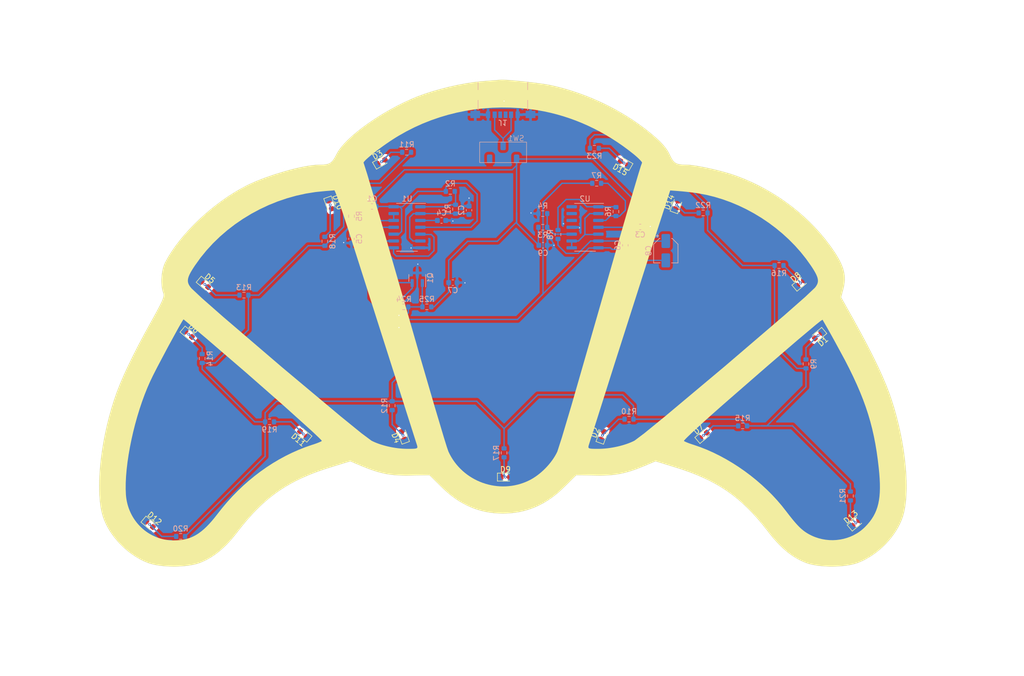
<source format=kicad_pcb>
(kicad_pcb (version 20221018) (generator pcbnew)
  (title_block (title "Breathing Croissant") (date "2023-02-15"))
  (layers (0 "F.Cu" signal) (31 "B.Cu" signal) (34 "B.Paste" user) (35 "F.Paste" user) (36 "B.SilkS" user "B.Silkscreen") (37 "F.SilkS" user "F.Silkscreen") (38 "B.Mask" user) (39 "F.Mask" user) (44 "Edge.Cuts" user))
  (property "RefBoard" "CU01001A1")
  (net 0 "")
  (net 1 "+5V")
  (net 2 "GND")
  (net 3 "Net-(U1A-THR)")
  (net 4 "Net-(U1B-DIS)")
  (net 5 "Net-(U2B--)")
  (net 6 "/TriangleOut")
  (net 7 "Net-(D1-A)")
  (net 8 "Net-(D2-A)")
  (net 9 "Net-(D3-A)")
  (net 10 "Net-(D4-A)")
  (net 11 "Net-(D5-A)")
  (net 12 "Net-(D6-A)")
  (net 13 "Net-(D7-A)")
  (net 14 "Net-(D8-A)")
  (net 15 "Net-(D9-A)")
  (net 16 "Net-(D10-A)")
  (net 17 "Net-(D11-A)")
  (net 18 "Net-(D12-A)")
  (net 19 "Net-(D13-A)")
  (net 20 "Net-(D14-A)")
  (net 21 "Net-(D15-A)")
  (net 22 "/PWMOut")
  (net 23 "Net-(Q1-G)")
  (net 24 "Net-(U1A-DIS)")
  (net 25 "Net-(U2C-+)")
  (net 26 "Net-(R6-Pad1)")
  (net 27 "Net-(U2A-+)")
  (net 28 "/PulseOut")
  (net 29 "/VGND")
  (net 35 "Net-(SW1-B)")
  (net 37 "Net-(U1A-CV)")
  (footprint "LED_SMD:LED_0603_1608Metric" (layer "F.Cu") (at 89.5 84.25 -40)
    (fp_text reference "D5")
    (fp_text value "LED")
  )
  (footprint "LED_SMD:LED_0603_1608Metric" (layer "F.Cu") (at 86.5 93.5 -40)
    (fp_text reference "D6")
    (fp_text value "LED")
  )
  (footprint "LED_SMD:LED_0603_1608Metric" (layer "F.Cu") (at 167.25 61.75 150)
    (fp_text reference "D15")
    (fp_text value "LED")
  )
  (footprint "LED_SMD:LED_0603_1608Metric" (layer "F.Cu") (at 163.25 112.25 70)
    (fp_text reference "D2")
    (fp_text value "LED")
  )
  (footprint "LED_SMD:LED_0603_1608Metric" (layer "F.Cu") (at 200 84 40)
    (fp_text reference "D8")
    (fp_text value "LED")
  )
  (footprint "LED_SMD:LED_0603_1608Metric" (layer "F.Cu") (at 126.25 112.25 110)
    (fp_text reference "D4")
    (fp_text value "LED")
  )
  (footprint "LED_SMD:LED_0603_1608Metric" (layer "F.Cu") (at 107.75 112 140)
    (fp_text reference "D11")
    (fp_text value "LED")
  )
  (footprint "LED_SMD:LED_0603_1608Metric" (layer "F.Cu") (at 210.25 128.5 40)
    (fp_text reference "D13")
    (fp_text value "LED")
  )
  (footprint "LED_SMD:LED_0603_1608Metric" (layer "F.Cu") (at 145.25 120)
    (fp_text reference "D9")
    (fp_text value "LED")
  )
  (footprint "LED_SMD:LED_0603_1608Metric" (layer "F.Cu") (at 112.75 69.5 -70)
    (fp_text reference "D10")
    (fp_text value "LED")
  )
  (footprint "LED_SMD:LED_0603_1608Metric" (layer "F.Cu") (at 177 69.5 70)
    (fp_text reference "D14")
    (fp_text value "LED")
  )
  (footprint "LED_SMD:LED_0603_1608Metric" (layer "F.Cu") (at 182 112.25 40)
    (fp_text reference "D7")
    (fp_text value "LED")
  )
  (footprint "LED_SMD:LED_0603_1608Metric" (layer "F.Cu") (at 203.25 93.75 -140)
    (fp_text reference "D1")
    (fp_text value "LED")
  )
  (footprint "LED_SMD:LED_0603_1608Metric" (layer "F.Cu") (at 122.25 61.5 30)
    (fp_text reference "D3")
    (fp_text value "LED")
  )
  (footprint "LED_SMD:LED_0603_1608Metric" (layer "F.Cu") (at 79.25 128.75 -40)
    (fp_text reference "D12")
    (fp_text value "LED")
  )
  (footprint "Capacitor_SMD:C_0603_1608Metric" (layer "B.Cu") (at 135.5 83.925)
    (fp_text reference "C7")
    (fp_text value "0.1u")
  )
  (footprint "Resistor_SMD:R_0603_1608Metric" (layer "B.Cu") (at 126.925 59.75 180)
    (fp_text reference "R11")
    (fp_text value "1k")
  )
  (footprint "Resistor_SMD:R_0603_1608Metric" (layer "B.Cu") (at 135.025 67 180)
    (fp_text reference "R2")
    (fp_text value "82k")
  )
  (footprint "Resistor_SMD:R_0603_1608Metric" (layer "B.Cu") (at 152.175 73.66)
    (fp_text reference "R3")
    (fp_text value "10k")
  )
  (footprint "Resistor_SMD:R_0603_1608Metric" (layer "B.Cu") (at 181.925 71 180)
    (fp_text reference "R22")
    (fp_text value "1k")
  )
  (footprint "Capacitor_SMD:C_0603_1608Metric" (layer "B.Cu") (at 167.5 77 -90)
    (fp_text reference "C6")
    (fp_text value "1u")
  )
  (footprint "Resistor_SMD:R_0603_1608Metric" (layer "B.Cu") (at 165.75 70.75 -90)
    (fp_text reference "R6")
    (fp_text value "6k8")
  )
  (footprint "Capacitor_SMD:CP_Elec_4x3" (layer "B.Cu") (at 175 78 -90)
    (fp_text reference "C8")
    (fp_text value "10u")
  )
  (footprint "Resistor_SMD:R_0603_1608Metric" (layer "B.Cu") (at 130.675 88.425 180)
    (fp_text reference "R25")
    (fp_text value "0")
  )
  (footprint "Resistor_SMD:R_0603_1608Metric" (layer "B.Cu") (at 89 98 90)
    (fp_text reference "R14")
    (fp_text value "1k")
  )
  (footprint "Resistor_SMD:R_0603_1608Metric" (layer "B.Cu") (at 111.75 76.25 90)
    (fp_text reference "R18")
    (fp_text value "1k")
  )
  (footprint "Package_SO:SOIC-14_3.9x8.7mm_P1.27mm" (layer "B.Cu") (at 160.02 73.66 180)
    (fp_text reference "U2")
    (fp_text value "TL064")
  )
  (footprint "Package_TO_SOT_SMD:SOT-23" (layer "B.Cu") (at 128.9 83.0625 90)
    (fp_text reference "Q1")
    (fp_text value "NMOS")
  )
  (footprint "Resistor_SMD:R_0603_1608Metric" (layer "B.Cu") (at 136 70.3 -90)
    (fp_text reference "R1")
    (fp_text value "18k")
  )
  (footprint "Resistor_SMD:R_0603_1608Metric" (layer "B.Cu") (at 145 115.5 -90)
    (fp_text reference "R17")
    (fp_text value "1k")
  )
  (footprint "Resistor_SMD:R_0603_1608Metric" (layer "B.Cu") (at 116.7 71.6 90)
    (fp_text reference "R5")
    (fp_text value "100k")
  )
  (footprint "Resistor_SMD:R_0603_1608Metric" (layer "B.Cu") (at 196 80.75)
    (fp_text reference "R16")
    (fp_text value "1k")
  )
  (footprint "Capacitor_SMD:C_0603_1608Metric" (layer "B.Cu") (at 133.4 72.4 180)
    (fp_text reference "C4")
    (fp_text value "0.1u")
  )
  (footprint "Resistor_SMD:R_0603_1608Metric" (layer "B.Cu") (at 168.175 109.25 180)
    (fp_text reference "R10")
    (fp_text value "1k")
  )
  (footprint "Resistor_SMD:R_0603_1608Metric" (layer "B.Cu") (at 96.75 86.25 180)
    (fp_text reference "R13")
    (fp_text value "1k")
  )
  (footprint "Resistor_SMD:R_0603_1608Metric" (layer "B.Cu") (at 162.175 65.5 180)
    (fp_text reference "R7")
    (fp_text value "4k7")
  )
  (footprint "Capacitor_SMD:C_0603_1608Metric" (layer "B.Cu") (at 152.225 77)
    (fp_text reference "C9")
    (fp_text value "0.1u")
  )
  (footprint "Resistor_SMD:R_0603_1608Metric" (layer "B.Cu") (at 161.75 59)
    (fp_text reference "R23")
    (fp_text value "1k")
  )
  (footprint "Capacitor_SMD:C_0603_1608Metric" (layer "B.Cu") (at 120.5 69.8 180)
    (fp_text reference "C1")
    (fp_text value "0.1u")
  )
  (footprint "Resistor_SMD:R_0603_1608Metric" (layer "B.Cu") (at 126.4 88.425 180)
    (fp_text reference "R24")
    (fp_text value "0")
  )
  (footprint "Resistor_SMD:R_0603_1608Metric" (layer "B.Cu") (at 201 99 90)
    (fp_text reference "R9")
    (fp_text value "1k")
  )
  (footprint "Resistor_SMD:R_0603_1608Metric" (layer "B.Cu") (at 189.25 110.5 180)
    (fp_text reference "R15")
    (fp_text value "1k")
  )
  (footprint "Package_SO:SOIC-14_3.9x8.7mm_P1.27mm" (layer "B.Cu") (at 127 73.66 180)
    (fp_text reference "U1")
    (fp_text value "NE556")
  )
  (footprint "Resistor_SMD:R_0603_1608Metric" (layer "B.Cu") (at 152.175 71.12 180)
    (fp_text reference "R4")
    (fp_text value "10k")
  )
  (footprint "Resistor_SMD:R_0603_1608Metric" (layer "B.Cu") (at 155 75 -90)
    (fp_text reference "R8")
    (fp_text value "4Meg")
  )
  (footprint "Resistor_SMD:R_0603_1608Metric" (layer "B.Cu") (at 101.5 109.75)
    (fp_text reference "R19")
    (fp_text value "1k")
  )
  (footprint "Resistor_SMD:R_0603_1608Metric" (layer "B.Cu") (at 85 131 180)
    (fp_text reference "R20")
    (fp_text value "1k")
  )
  (footprint "Resistor_SMD:R_0603_1608Metric" (layer "B.Cu") (at 124.25 106.75 -90)
    (fp_text reference "R12")
    (fp_text value "1k")
  )
  (footprint "Capacitor_SMD:C_0603_1608Metric" (layer "B.Cu") (at 116.7 75.8 90)
    (fp_text reference "C5")
    (fp_text value "5n")
  )
  (footprint "Resistor_SMD:R_0603_1608Metric" (layer "B.Cu") (at 209.25 123.5 -90)
    (fp_text reference "R21")
    (fp_text value "1k")
  )
  (footprint "Capacitor_SMD:C_0603_1608Metric" (layer "B.Cu") (at 138.5 70.5 -90)
    (fp_text reference "C2")
    (fp_text value "22n")
  )
  (footprint "croissant:JS102011JCQN" (layer "B.Cu") (at 147.32 60.96 180)
    (fp_text reference "SW1")
    (fp_text value "SW_SPDT")
  )
  (footprint "Connector_USB:USB_C_Receptacle_GCT_USB4135-GF-A_6P_TopMnt_Horizontal" (layer "B.Cu") (at 144.78 49.75)
    (fp_text reference "J1")
    (fp_text value "USB_C_Receptacle_PowerOnly_6P")
  )
  (footprint "Capacitor_SMD:C_0603_1608Metric" (layer "B.Cu") (at 170.25 73.6)
    (fp_text reference "C3")
    (fp_text value "0.1u")
  )
  (gr_poly (pts (xy 144.917425 46.28986) (xy 145.906844 46.34602) (xy 147.186554 46.452963) (xy 148.634054 46.597651) (xy 150.126848 46.767044) (xy 151.542438 46.948105) (xy 152.758325 47.127793) (xy 153.652012 47.293069) (xy 154.989518 47.606512) (xy 156.321404 47.964176) (xy 157.645485 48.364989) (xy 158.959571 48.807878) (xy 160.261476 49.291772) (xy 161.549012 49.815597) (xy 162.819992 50.378283) (xy 164.072229 50.978755) (xy 165.303534 51.615943) (xy 166.511721 52.288774) (xy 167.694602 52.996175) (xy 168.84999 53.737074) (xy 169.975697 54.5104) (xy 171.069536 55.315079) (xy 172.129318 56.150039) (xy 173.152858 57.014208) (xy 173.384137 57.221825) (xy 173.605851 57.427512) (xy 173.818043 57.631397) (xy 174.020755 57.833609) (xy 174.214031 58.034277) (xy 174.397914 58.233529) (xy 174.572447 58.431495) (xy 174.737671 58.628303) (xy 174.893632 58.824081) (xy 175.04037 59.018958) (xy 175.17793 59.213064) (xy 175.306354 59.406526) (xy 175.425684 59.599473) (xy 175.535965 59.792034) (xy 175.637239 59.984338) (xy 175.729549 60.176513) (xy 175.863485 60.462949) (xy 175.992618 60.719404) (xy 176.119691 60.947465) (xy 176.247451 61.148718) (xy 176.378641 61.324752) (xy 176.446381 61.403807) (xy 176.516008 61.477153) (xy 176.587866 61.544986) (xy 176.662296 61.607507) (xy 176.739644 61.664913) (xy 176.820251 61.717402) (xy 176.904461 61.765173) (xy 176.992617 61.808425) (xy 177.085063 61.847355) (xy 177.18214 61.882162) (xy 177.284193 61.913045) (xy 177.391565 61.940202) (xy 177.623636 61.98413) (xy 177.881099 62.015533) (xy 178.1667 62.036) (xy 178.483182 62.047116) (xy 178.833291 62.050468) (xy 179.190062 62.063522) (xy 179.617689 62.101366) (xy 180.650514 62.243537) (xy 181.861767 62.461196) (xy 183.181449 62.73856) (xy 184.539562 63.059845) (xy 185.866107 63.409267) (xy 187.091085 63.771043) (xy 188.144499 64.129388) (xy 189.512859 64.66197) (xy 190.860332 65.248338) (xy 192.184556 65.886691) (xy 193.483174 66.575227) (xy 194.753827 67.312144) (xy 195.994156 68.095642) (xy 197.201801 68.923919) (xy 198.374403 69.795172) (xy 199.509604 70.707602) (xy 200.605045 71.659406) (xy 201.658366 72.648782) (xy 202.667208 73.67393) (xy 203.629214 74.733048) (xy 204.542022 75.824334) (xy 205.403275 76.945988) (xy 206.210614 78.096206) (xy 206.550414 78.616795) (xy 206.856503 79.11508) (xy 207.129478 79.593464) (xy 207.369942 80.054347) (xy 207.578494 80.500133) (xy 207.755736 80.933222) (xy 207.902267 81.356018) (xy 208.018689 81.770921) (xy 208.105601 82.180334) (xy 208.163604 82.586659) (xy 208.193299 82.992297) (xy 208.195287 83.399651) (xy 208.170167 83.811122) (xy 208.11854 84.229113) (xy 208.041006 84.656024) (xy 207.938168 85.094259) (xy 207.528234 86.646134) (xy 210.017081 91.09677) (xy 211.274773 93.392779) (xy 212.414428 95.541927) (xy 213.438789 97.551077) (xy 214.350603 99.427092) (xy 215.152615 101.176835) (xy 215.847569 102.807169) (xy 216.43821 104.324956) (xy 216.927284 105.737058) (xy 217.400342 107.25329) (xy 217.830808 108.787666) (xy 218.217953 110.331564) (xy 218.561049 111.876363) (xy 218.859367 113.413442) (xy 219.112176 114.934179) (xy 219.318749 116.429954) (xy 219.478356 117.892145) (xy 219.590267 119.312131) (xy 219.653754 120.681291) (xy 219.668087 121.991003) (xy 219.632537 123.232647) (xy 219.546376 124.397601) (xy 219.408874 125.477243) (xy 219.219301 126.462954) (xy 218.97693 127.346111) (xy 218.727224 128.019227) (xy 218.430037 128.686209) (xy 218.087985 129.344355) (xy 217.703685 129.990964) (xy 217.279753 130.623334) (xy 216.818805 131.238761) (xy 216.323459 131.834544) (xy 215.796329 132.407981) (xy 215.240034 132.956369) (xy 214.657189 133.477007) (xy 214.05041 133.967191) (xy 213.422315 134.424221) (xy 212.775519 134.845393) (xy 212.112639 135.228006) (xy 211.436292 135.569357) (xy 210.749094 135.866744) (xy 210.265135 136.036602) (xy 209.729536 136.183856) (xy 209.149672 136.308549) (xy 208.532922 136.410724) (xy 207.886662 136.490423) (xy 207.218271 136.547691) (xy 206.535125 136.58257) (xy 205.844601 136.595102) (xy 205.154078 136.58533) (xy 204.470931 136.553298) (xy 203.80254 136.499049) (xy 203.15628 136.422624) (xy 202.53953 136.324068) (xy 201.959666 136.203423) (xy 201.424067 136.060732) (xy 200.940109 135.896038) (xy 200.46164 135.694827) (xy 199.991921 135.474958) (xy 199.530095 135.235615) (xy 199.075303 134.975986) (xy 198.626687 134.695254) (xy 198.18339 134.392604) (xy 197.744554 134.067222) (xy 197.309321 133.718292) (xy 196.876833 133.345) (xy 196.446232 132.94653) (xy 196.01666 132.522068) (xy 195.58726 132.070799) (xy 195.157174 131.591908) (xy 194.725544 131.084579) (xy 194.291511 130.547999) (xy 193.854219 129.981351) (xy 192.940579 128.827465) (xy 192.029728 127.746022) (xy 191.116218 126.733291) (xy 190.194601 125.785541) (xy 189.259431 124.89904) (xy 188.30526 124.070057) (xy 187.326642 123.294859) (xy 186.318128 122.569715) (xy 185.274271 121.890894) (xy 184.189625 121.254664) (xy 183.058742 120.657294) (xy 181.876175 120.095052) (xy 180.636476 119.564207) (xy 179.334198 119.061026) (xy 177.963894 118.581779) (xy 176.520117 118.122733) (xy 173.094303 117.06863) (xy 171.015383 117.947048) (xy 169.755574 118.446475) (xy 169.169741 118.660353) (xy 168.606597 118.851541) (xy 168.061124 119.020941) (xy 167.528305 119.169453) (xy 167.00312 119.297978) (xy 166.480552 119.407416) (xy 165.955582 119.498667) (xy 165.423192 119.572634) (xy 164.878363 119.630216) (xy 164.316078 119.672314) (xy 163.731318 119.699829) (xy 163.119065 119.713662) (xy 162.4743 119.714713) (xy 161.792005 119.703883) (xy 158.395459 119.645327) (xy 156.199416 121.812077) (xy 155.568698 122.417733) (xy 154.928115 122.983071) (xy 154.27741 123.508262) (xy 153.616325 123.993479) (xy 152.944602 124.438892) (xy 152.261985 124.844674) (xy 151.568217 125.210995) (xy 150.863038 125.538028) (xy 150.146194 125.825944) (xy 149.417425 126.074914) (xy 148.676476 126.285111) (xy 147.923087 126.456705) (xy 147.157003 126.589869) (xy 146.377965 126.684773) (xy 145.585717 126.74159) (xy 144.780001 126.760491) (xy 143.974284 126.74159) (xy 143.182036 126.684773) (xy 142.402999 126.589869) (xy 141.636915 126.456705) (xy 140.883527 126.285111) (xy 140.142577 126.074914) (xy 139.413809 125.825944) (xy 138.696965 125.538028) (xy 137.991787 125.210995) (xy 137.298018 124.844674) (xy 136.615402 124.438892) (xy 135.943679 123.993479) (xy 135.282594 123.508262) (xy 134.631888 122.983071) (xy 133.991304 122.417733) (xy 133.360586 121.812077) (xy 131.164542 119.645327) (xy 127.768002 119.703883) (xy 127.085706 119.714713) (xy 126.440941 119.713662) (xy 125.828686 119.699829) (xy 125.243926 119.672314) (xy 124.68164 119.630216) (xy 124.136811 119.572634) (xy 123.604421 119.498667) (xy 123.079451 119.407416) (xy 122.556883 119.297978) (xy 122.031698 119.169453) (xy 121.498879 119.020941) (xy 120.953407 118.851541) (xy 120.390264 118.660353) (xy 119.804431 118.446475) (xy 118.544625 117.947048) (xy 116.465705 117.06863) (xy 113.039881 118.122733) (xy 111.596104 118.581779) (xy 110.225801 119.061026) (xy 108.923523 119.564207) (xy 107.683824 120.095052) (xy 106.501257 120.657294) (xy 105.370374 121.254664) (xy 104.285728 121.890894) (xy 103.241871 122.569715) (xy 102.233358 123.294859) (xy 101.25474 124.070057) (xy 100.30057 124.89904) (xy 99.3654 125.785541) (xy 98.443785 126.733291) (xy 97.530277 127.746022) (xy 96.619427 128.827465) (xy 95.70579 129.981351) (xy 95.268497 130.547999) (xy 94.834465 131.084579) (xy 94.402834 131.591908) (xy 93.972747 132.070799) (xy 93.543346 132.522068) (xy 93.113774 132.94653) (xy 92.683173 133.345) (xy 92.250684 133.718292) (xy 91.81545 134.067222) (xy 91.376614 134.392604) (xy 90.933316 134.695254) (xy 90.4847 134.975986) (xy 90.029908 135.235615) (xy 89.568082 135.474958) (xy 89.098364 135.694827) (xy 88.619896 135.896038) (xy 88.135937 136.060732) (xy 87.600337 136.203423) (xy 87.020473 136.324068) (xy 86.403723 136.422624) (xy 85.757463 136.499049) (xy 85.089072 136.553298) (xy 84.405925 136.58533) (xy 83.715402 136.595102) (xy 83.024878 136.58257) (xy 82.341732 136.547691) (xy 81.67334 136.490423) (xy 81.027081 136.410724) (xy 80.41033 136.308549) (xy 79.830467 136.183856) (xy 79.294867 136.036602) (xy 78.810909 135.866744) (xy 78.123709 135.569357) (xy 77.447361 135.228006) (xy 76.784481 134.845393) (xy 76.137685 134.424221) (xy 75.50959 133.967191) (xy 74.902812 133.477007) (xy 74.319968 132.956369) (xy 73.763673 132.407981) (xy 73.236544 131.834544) (xy 72.741198 131.238761) (xy 72.280251 130.623334) (xy 71.856319 129.990964) (xy 71.472019 129.344355) (xy 71.129967 128.686209) (xy 70.832779 128.019227) (xy 70.583073 127.346111) (xy 70.3407 126.462954) (xy 70.151127 125.477243) (xy 70.013624 124.397601) (xy 69.927463 123.232647) (xy 69.898074 122.206183) (xy 74.814099 122.206183) (xy 74.858034 123.276102) (xy 74.901101 123.722869) (xy 74.964097 124.162484) (xy 75.046534 124.594485) (xy 75.147923 125.018413) (xy 75.267776 125.433804) (xy 75.405607 125.840199) (xy 75.560927 126.237137) (xy 75.733248 126.624155) (xy 75.922082 127.000794) (xy 76.126941 127.366592) (xy 76.347338 127.721089) (xy 76.582784 128.063822) (xy 76.832792 128.394331) (xy 77.096874 128.712154) (xy 77.374541 129.016832) (xy 77.665307 129.307902) (xy 77.968682 129.584904) (xy 78.28418 129.847376) (xy 78.611312 130.094858) (xy 78.949591 130.326888) (xy 79.298528 130.543005) (xy 79.657636 130.742748) (xy 80.026426 130.925657) (xy 80.404411 131.09127) (xy 80.791103 131.239125) (xy 81.186015 131.368763) (xy 81.588657 131.479721) (xy 81.998543 131.571539) (xy 82.415184 131.643755) (xy 82.838093 131.695909) (xy 83.266781 131.72754) (xy 83.700761 131.738186) (xy 84.306224 131.72381) (xy 84.883936 131.679454) (xy 85.437028 131.603272) (xy 85.968632 131.49342) (xy 86.227354 131.425291) (xy 86.481878 131.348054) (xy 86.732595 131.261477) (xy 86.979898 131.16533) (xy 87.224176 131.059382) (xy 87.465822 130.943403) (xy 87.705227 130.817162) (xy 87.942782 130.680429) (xy 88.178879 130.532973) (xy 88.413909 130.374563) (xy 88.882333 130.023961) (xy 89.351187 129.62678) (xy 89.8236 129.181173) (xy 90.302704 128.685298) (xy 90.791631 128.137309) (xy 91.293511 127.535363) (xy 91.811475 126.877615) (xy 92.707148 125.738926) (xy 93.636362 124.64034) (xy 94.597659 123.582845) (xy 95.589581 122.567426) (xy 96.610669 121.59507) (xy 97.659465 120.666763) (xy 98.734511 119.783493) (xy 99.834348 118.946245) (xy 100.957517 118.156006) (xy 102.102561 117.413763) (xy 103.268022 116.720502) (xy 104.452441 116.07721) (xy 105.654359 115.484872) (xy 106.872318 114.944477) (xy 108.104861 114.457009) (xy 109.350528 114.023456) (xy 109.514717 113.973093) (xy 109.67719 113.921143) (xy 109.992871 113.81437) (xy 110.289337 113.706912) (xy 110.558353 113.602542) (xy 110.791682 113.505036) (xy 110.892392 113.460036) (xy 110.981091 113.418167) (xy 111.056751 113.379901) (xy 111.118343 113.345709) (xy 111.164836 113.316064) (xy 111.195203 113.291437) (xy 111.091506 113.136543) (xy 110.718364 112.750892) (xy 109.252621 111.366243) (xy 104.065388 106.695994) (xy 97.055441 100.543418) (xy 89.644715 94.171238) (xy 86.77156 91.75559) (xy 85.885365 91.017171) (xy 85.638711 90.815753) (xy 85.545436 90.745411) (xy 85.457073 90.851796) (xy 85.266756 91.154538) (xy 84.633621 92.250615) (xy 82.730843 95.715788) (xy 80.690812 99.565268) (xy 79.886111 101.141729) (xy 79.367239 102.223394) (xy 78.834714 103.43228) (xy 78.325607 104.702459) (xy 77.842063 106.02385) (xy 77.386227 107.386374) (xy 76.960243 108.779952) (xy 76.566257 110.194503) (xy 76.206412 111.61995) (xy 75.882853 113.046211) (xy 75.597725 114.463208) (xy 75.353173 115.860861) (xy 75.15134 117.229091) (xy 74.994371 118.557817) (xy 74.884412 119.836961) (xy 74.823606 121.056443) (xy 74.814099 122.206183) (xy 69.898074 122.206183) (xy 69.891913 121.991003) (xy 69.906246 120.681291) (xy 69.969732 119.312131) (xy 70.081643 117.892145) (xy 70.241249 116.429954) (xy 70.447821 114.934179) (xy 70.700631 113.413442) (xy 70.998948 111.876363) (xy 71.342044 110.331564) (xy 71.729189 108.787666) (xy 72.159655 107.25329) (xy 72.632711 105.737058) (xy 73.121845 104.324898) (xy 73.71289 102.806712) (xy 74.408932 101.175292) (xy 75.21306 99.423434) (xy 76.128364 97.543931) (xy 77.15793 95.529579) (xy 78.304847 93.373171) (xy 79.572202 91.067502) (xy 79.966482 90.359471) (xy 80.316283 89.725342) (xy 80.623794 89.160096) (xy 80.891201 88.658716) (xy 81.120691 88.216183) (xy 81.314453 87.827479) (xy 81.474674 87.487585) (xy 81.542891 87.334374) (xy 81.603542 87.191484) (xy 81.656901 87.058287) (xy 81.703243 86.934156) (xy 81.74284 86.818464) (xy 81.775965 86.710584) (xy 81.802893 86.609888) (xy 81.823896 86.51575) (xy 81.839249 86.427541) (xy 81.849224 86.344634) (xy 81.854095 86.266403) (xy 81.854135 86.192219) (xy 81.849618 86.121457) (xy 81.840817 86.053487) (xy 81.828006 85.987684) (xy 81.811458 85.923419) (xy 81.791446 85.860066) (xy 81.768245 85.796997) (xy 81.672468 85.513513) (xy 81.593591 85.203607) (xy 81.531355 84.871056) (xy 81.485504 84.519631) (xy 81.455781 84.15311) (xy 81.441927 83.775265) (xy 81.443054 83.528136) (xy 86.349844 83.528136) (xy 86.351621 83.63784) (xy 86.360889 83.74541) (xy 86.377597 83.851222) (xy 86.4017 83.95565) (xy 86.433147 84.059071) (xy 86.471892 84.161858) (xy 86.517885 84.264389) (xy 86.571078 84.367037) (xy 86.631424 84.470179) (xy 86.698873 84.574189) (xy 86.773378 84.679444) (xy 86.854891 84.786317) (xy 87.038745 85.006422) (xy 88.97618 86.824563) (xy 92.85917 90.240323) (xy 103.845784 99.646702) (xy 114.766516 108.789554) (xy 118.567155 111.875907) (xy 120.389296 113.232875) (xy 120.724837 113.399559) (xy 121.08208 113.558908) (xy 121.45871 113.710451) (xy 121.852411 113.853716) (xy 122.260866 113.988231) (xy 122.68176 114.113524) (xy 123.112776 114.229124) (xy 123.551598 114.334559) (xy 123.99591 114.429356) (xy 124.443396 114.513045) (xy 124.89174 114.585153) (xy 125.338626 114.645208) (xy 125.781737 114.692739) (xy 126.218758 114.727274) (xy 126.647373 114.748341) (xy 127.065264 114.755469) (xy 127.400897 114.754982) (xy 127.695653 114.752952) (xy 127.951894 114.74852) (xy 128.171977 114.740828) (xy 128.269196 114.735492) (xy 128.358261 114.729019) (xy 128.439466 114.721302) (xy 128.513106 114.712234) (xy 128.579476 114.701708) (xy 128.638871 114.689616) (xy 128.691586 114.675851) (xy 128.737915 114.660307) (xy 128.778153 114.642875) (xy 128.812596 114.623449) (xy 128.841538 114.601921) (xy 128.865274 114.578184) (xy 128.884099 114.552131) (xy 128.898308 114.523655) (xy 128.908196 114.492648) (xy 128.914057 114.459004) (xy 128.916186 114.422614) (xy 128.914879 114.383372) (xy 128.910431 114.341171) (xy 128.903135 114.295903) (xy 128.893287 114.24746) (xy 128.881182 114.195737) (xy 128.85138 114.082018) (xy 115.909375 73.528439) (xy 115.466334 72.170212) (xy 115.044225 70.903258) (xy 114.652998 69.755713) (xy 114.302603 68.755714) (xy 114.002992 67.931397) (xy 113.764116 67.3109) (xy 113.670562 67.085877) (xy 113.595924 66.92236) (xy 113.541444 66.823866) (xy 113.522153 66.800102) (xy 113.508367 66.793912) (xy 113.436653 66.806208) (xy 113.313469 66.820906) (xy 112.937397 66.856135) (xy 112.429562 66.896853) (xy 111.839375 66.940314) (xy 110.038142 67.120295) (xy 108.250506 67.40566) (xy 106.481828 67.793364) (xy 104.737469 68.280362) (xy 103.02279 68.863607) (xy 101.343154 69.540056) (xy 99.703922 70.306662) (xy 98.110455 71.160381) (xy 96.568115 72.098167) (xy 95.082263 73.116974) (xy 93.65826 74.213758) (xy 92.301468 75.385474) (xy 91.017248 76.629075) (xy 89.810962 77.941516) (xy 88.687971 79.319753) (xy 87.653637 80.76074) (xy 87.37941 81.176429) (xy 87.138425 81.558062) (xy 86.930294 81.908642) (xy 86.838429 82.073225) (xy 86.754632 82.231171) (xy 86.678856 82.382855) (xy 86.611053 82.528652) (xy 86.551174 82.668937) (xy 86.499171 82.804086) (xy 86.454995 82.934474) (xy 86.418599 83.060477) (xy 86.389934 83.182469) (xy 86.368952 83.300826) (xy 86.355605 83.415924) (xy 86.349844 83.528136) (xy 81.443054 83.528136) (xy 81.443685 83.389871) (xy 81.460799 83.000703) (xy 81.49301 82.611535) (xy 81.540062 82.226141) (xy 81.601697 81.848297) (xy 81.677658 81.481776) (xy 81.767687 81.130352) (xy 81.871527 80.797801) (xy 81.988921 80.487897) (xy 82.119611 80.204413) (xy 82.665677 79.209482) (xy 83.290148 78.204472) (xy 83.987705 77.1944) (xy 84.753032 76.184285) (xy 85.580808 75.179145) (xy 86.465715 74.183999) (xy 87.402436 73.203865) (xy 88.38565 72.243762) (xy 89.410041 71.308707) (xy 90.470289 70.403719) (xy 91.561075 69.533816) (xy 92.677082 68.704017) (xy 93.81299 67.91934) (xy 94.963482 67.184803) (xy 96.123238 66.505425) (xy 97.28694 65.886223) (xy 98.033008 65.529502) (xy 98.837322 65.174969) (xy 99.69019 64.825496) (xy 100.581917 64.483959) (xy 102.443176 63.836183) (xy 104.343553 63.254632) (xy 105.284176 62.995875) (xy 106.205499 62.762295) (xy 107.097827 62.556766) (xy 107.951467 62.382162) (xy 108.756726 62.241357) (xy 109.503909 62.137224) (xy 110.183325 62.072636) (xy 110.785278 62.050468) (xy 111.119945 62.047109) (xy 111.423044 62.035943) (xy 111.697321 62.01534) (xy 111.945519 61.983672) (xy 112.060696 61.963179) (xy 112.170384 61.939308) (xy 112.274924 61.911856) (xy 112.374661 61.880618) (xy 112.469937 61.845392) (xy 112.561096 61.805973) (xy 112.64848 61.762157) (xy 112.732433 61.713742) (xy 112.756386 61.697977) (xy 118.934308 61.697977) (xy 118.954552 61.728381) (xy 119.625717 63.836578) (xy 121.293336 69.458443) (xy 126.596781 87.817355) (xy 129.523002 98.000584) (xy 132.020998 106.564231) (xy 133.827243 112.613411) (xy 134.388607 114.415425) (xy 134.678212 115.253239) (xy 134.929553 115.770963) (xy 135.205247 116.269787) (xy 135.504251 116.749343) (xy 135.825527 117.20926) (xy 136.168035 117.649167) (xy 136.530733 118.068696) (xy 136.912583 118.467476) (xy 137.312543 118.845138) (xy 137.729575 119.201311) (xy 138.162637 119.535625) (xy 138.61069 119.847711) (xy 139.072693 120.137198) (xy 139.547606 120.403718) (xy 140.03439 120.646898) (xy 140.532004 120.866371) (xy 141.039407 121.061765) (xy 141.555561 121.232712) (xy 142.079425 121.37884) (xy 142.609958 121.49978) (xy 143.14612 121.595163) (xy 143.686872 121.664618) (xy 144.231173 121.707775) (xy 144.777984 121.724264) (xy 145.326263 121.713715) (xy 145.874972 121.675759) (xy 146.423069 121.610026) (xy 146.969515 121.516145) (xy 147.51327 121.393747) (xy 148.053293 121.242461) (xy 148.588544 121.061918) (xy 149.117984 120.851748) (xy 149.640571 120.611581) (xy 150.041063 120.400855) (xy 150.43984 120.165166) (xy 150.835185 119.906315) (xy 151.225382 119.626105) (xy 151.608718 119.326336) (xy 151.983475 119.008811) (xy 152.347937 118.67533) (xy 152.700391 118.327694) (xy 153.039119 117.967706) (xy 153.362406 117.597167) (xy 153.668536 117.217878) (xy 153.955794 116.831641) (xy 154.222464 116.440257) (xy 154.46683 116.045528) (xy 154.687177 115.649255) (xy 154.881789 115.253239) (xy 155.162047 114.383372) (xy 160.645124 114.383372) (xy 160.645947 114.459004) (xy 160.651808 114.492648) (xy 160.661696 114.523655) (xy 160.675905 114.552131) (xy 160.69473 114.578184) (xy 160.718466 114.601921) (xy 160.747408 114.623449) (xy 160.78185 114.642875) (xy 160.822089 114.660307) (xy 160.921132 114.689616) (xy 161.046896 114.712234) (xy 161.201741 114.729019) (xy 161.388025 114.740828) (xy 161.608108 114.74852) (xy 161.864348 114.752952) (xy 162.494737 114.755469) (xy 162.912636 114.748341) (xy 163.3413 114.727274) (xy 163.778457 114.692739) (xy 164.221833 114.645208) (xy 164.669155 114.585153) (xy 165.118149 114.513045) (xy 165.566544 114.429356) (xy 166.012064 114.334559) (xy 166.452437 114.229124) (xy 166.88539 114.113524) (xy 167.308649 113.988231) (xy 167.719942 113.853716) (xy 168.116994 113.710451) (xy 168.497534 113.558908) (xy 168.859286 113.399559) (xy 169.080282 113.291437) (xy 178.364808 113.291437) (xy 178.395173 113.316064) (xy 178.441666 113.345709) (xy 178.578915 113.418167) (xy 178.768322 113.505036) (xy 179.00165 113.602542) (xy 179.270665 113.706912) (xy 179.56713 113.81437) (xy 179.882812 113.921143) (xy 180.209473 114.023456) (xy 181.417403 114.443368) (xy 182.623231 114.921827) (xy 183.823484 115.456303) (xy 185.014687 116.044265) (xy 186.193366 116.683182) (xy 187.356046 117.370524) (xy 188.499253 118.103759) (xy 189.619514 118.880358) (xy 190.713353 119.69779) (xy 191.777297 120.553524) (xy 192.807871 121.445029) (xy 193.801601 122.369775) (xy 194.755013 123.325232) (xy 195.664632 124.308868) (xy 196.526984 125.318153) (xy 197.338595 126.350557) (xy 197.730601 126.860566) (xy 198.096057 127.32734) (xy 198.437922 127.753624) (xy 198.759158 128.142164) (xy 199.062722 128.495705) (xy 199.351574 128.816991) (xy 199.628674 129.108767) (xy 199.896982 129.37378) (xy 200.159457 129.614773) (xy 200.419058 129.834491) (xy 200.678746 130.035681) (xy 200.941478 130.221086) (xy 201.210216 130.393453) (xy 201.487919 130.555525) (xy 201.777545 130.710049) (xy 202.082055 130.859768) (xy 202.394321 130.998832) (xy 202.710463 131.125087) (xy 203.352725 131.339409) (xy 204.005538 131.503204) (xy 204.665601 131.616945) (xy 205.32961 131.681103) (xy 205.994263 131.696151) (xy 206.656256 131.66256) (xy 207.312288 131.580802) (xy 207.959055 131.451349) (xy 208.593255 131.274672) (xy 209.211585 131.051243) (xy 209.810742 130.781535) (xy 210.387423 130.466019) (xy 210.666304 130.29123) (xy 210.938327 130.105166) (xy 211.20308 129.907886) (xy 211.46015 129.699448) (xy 211.709124 129.479913) (xy 211.949589 129.249338) (xy 212.404756 128.768961) (xy 212.815658 128.280392) (xy 213.183325 127.779556) (xy 213.508787 127.262379) (xy 213.793072 126.724785) (xy 214.037211 126.1627) (xy 214.242233 125.57205) (xy 214.409167 124.948759) (xy 214.539043 124.288753) (xy 214.632889 123.587957) (xy 214.691737 122.842296) (xy 214.716614 122.047696) (xy 214.708551 121.200082) (xy 214.668576 120.295378) (xy 214.59772 119.329512) (xy 214.497012 118.298407) (xy 214.31457 116.750227) (xy 214.105323 115.261237) (xy 213.865794 113.821314) (xy 213.59251 112.420337) (xy 213.281997 111.048183) (xy 212.93078 109.69473) (xy 212.535385 108.349855) (xy 212.092338 107.003435) (xy 211.598164 105.64535) (xy 211.049389 104.265475) (xy 210.44254 102.85369) (xy 209.774141 101.399871) (xy 209.040719 99.893896) (xy 208.238799 98.325643) (xy 206.415568 94.961812) (xy 205.963037 94.138241) (xy 205.534867 93.369226) (xy 204.794161 92.059378) (xy 204.073126 90.803967) (xy 203.728735 91.025745) (xy 202.805825 91.760161) (xy 199.358955 94.65436) (xy 194.001529 99.261472) (xy 187.002565 105.356405) (xy 185.222685 106.911535) (xy 183.573539 108.370931) (xy 182.089782 109.701995) (xy 180.80607 110.87213) (xy 179.757061 111.84874) (xy 178.97741 112.599226) (xy 178.699424 112.879486) (xy 178.501774 113.090991) (xy 178.388791 113.229666) (xy 178.365404 113.270419) (xy 178.364808 113.291437) (xy 169.080282 113.291437) (xy 169.19998 113.232875) (xy 171.030761 111.852802) (xy 174.886361 108.709033) (xy 185.966767 99.419777) (xy 197.0307 89.943856) (xy 200.865708 86.566755) (xy 202.667663 84.860017) (xy 202.820599 84.660214) (xy 202.949602 84.465301) (xy 203.054072 84.272618) (xy 203.096919 84.176282) (xy 203.133407 84.079506) (xy 203.163461 83.981959) (xy 203.187007 83.883307) (xy 203.203968 83.783218) (xy 203.214271 83.68136) (xy 203.21784 83.5774) (xy 203.2146 83.471006) (xy 203.204476 83.361846) (xy 203.187393 83.249587) (xy 203.163275 83.133896) (xy 203.132048 83.014442) (xy 203.047967 82.762913) (xy 202.934547 82.492339) (xy 202.79119 82.200063) (xy 202.617294 81.883424) (xy 202.412259 81.539764) (xy 202.175484 81.166422) (xy 201.906369 80.76074) (xy 200.994097 79.480694) (xy 200.006336 78.244955) (xy 198.94789 77.056655) (xy 197.823562 75.918924) (xy 196.638157 74.834893) (xy 195.396478 73.807693) (xy 194.103329 72.840456) (xy 192.763514 71.936312) (xy 191.381837 71.098393) (xy 189.963102 70.329829) (xy 188.512113 69.633751) (xy 187.033673 69.013291) (xy 185.532586 68.47158) (xy 184.013657 68.011748) (xy 182.481689 67.636927) (xy 180.941485 67.350248) (xy 180.502108 67.284596) (xy 180.02876 67.220316) (xy 179.041917 67.101362) (xy 178.104482 67.004368) (xy 177.339985 66.940314) (xy 175.817392 66.823193) (xy 173.621348 73.587007) (xy 165.528934 98.874423) (xy 160.708621 114.082018) (xy 160.67882 114.195737) (xy 160.656868 114.295903) (xy 160.645124 114.383372) (xy 155.162047 114.383372) (xy 155.732301 112.613411) (xy 157.535344 106.564231) (xy 162.933946 87.817355) (xy 165.824485 77.737521) (xy 168.226407 69.458443) (xy 169.892654 63.836578) (xy 170.372696 62.289742) (xy 170.576174 61.728381) (xy 170.587428 61.718275) (xy 170.593809 61.704498) (xy 170.595418 61.687149) (xy 170.592357 61.666332) (xy 170.572634 61.614698) (xy 170.535454 61.550411) (xy 170.481632 61.474286) (xy 170.411983 61.387138) (xy 170.327323 61.289781) (xy 170.228465 61.183032) (xy 170.116226 61.067704) (xy 169.991419 60.944612) (xy 169.707364 60.678399) (xy 169.38282 60.39091) (xy 169.024306 60.088666) (xy 168.016306 59.299515) (xy 166.991193 58.54635) (xy 165.949696 57.82947) (xy 164.892543 57.149177) (xy 163.820464 56.50577) (xy 162.734188 55.89955) (xy 161.634445 55.330817) (xy 160.521963 54.799871) (xy 159.397471 54.307013) (xy 158.261699 53.852542) (xy 157.115376 53.43676) (xy 155.95923 53.059966) (xy 154.793991 52.72246) (xy 153.620389 52.424543) (xy 152.439151 52.166515) (xy 151.251008 51.948677) (xy 149.558761 51.710815) (xy 147.865613 51.545954) (xy 146.174096 51.453666) (xy 144.486739 51.433521) (xy 142.806073 51.48509) (xy 141.134628 51.607945) (xy 139.474937 51.801657) (xy 137.829528 52.065796) (xy 136.200933 52.399935) (xy 134.591681 52.803643) (xy 133.004305 53.276493) (xy 131.441334 53.818054) (xy 129.905299 54.427899) (xy 128.39873 55.105599) (xy 126.924159 55.850724) (xy 125.484115 56.662846) (xy 124.938872 56.992201) (xy 124.373685 57.35008) (xy 123.796745 57.730005) (xy 123.216245 58.1255) (xy 122.640378 58.530088) (xy 122.077335 58.937292) (xy 121.535309 59.340636) (xy 121.022492 59.733643) (xy 120.547076 60.109837) (xy 120.117254 60.462741) (xy 119.741217 60.785878) (xy 119.427159 61.072772) (xy 119.183271 61.316945) (xy 119.017746 61.511922) (xy 118.966929 61.588938) (xy 118.938776 61.651226) (xy 118.934308 61.697977) (xy 112.756386 61.697977) (xy 112.813297 61.660522) (xy 112.891417 61.602295) (xy 112.967135 61.538857) (xy 113.040793 61.470004) (xy 113.112737 61.395532) (xy 113.183307 61.315237) (xy 113.252849 61.228916) (xy 113.321704 61.136365) (xy 113.458727 60.931759) (xy 113.597124 60.699788) (xy 113.739638 60.438822) (xy 113.889014 60.147232) (xy 114.236542 59.534377) (xy 114.702407 58.885707) (xy 115.277989 58.207271) (xy 115.954666 57.505117) (xy 116.723817 56.78529) (xy 117.57682 56.053841) (xy 118.505056 55.316816) (xy 119.499902 54.580262) (xy 120.552737 53.850228) (xy 121.65494 53.132762) (xy 122.797889 52.43391) (xy 123.972965 51.759721) (xy 125.171545 51.116242) (xy 126.385008 50.509522) (xy 127.604733 49.945607) (xy 128.822099 49.430545) (xy 130.170378 48.932546) (xy 131.642183 48.455136) (xy 133.199085 48.007922) (xy 134.802653 47.600512) (xy 136.414456 47.242512) (xy 137.996064 46.943531) (xy 139.509046 46.713176) (xy 140.914971 46.561054) (xy 144.340792 46.297522) (xy 144.569854 46.284898)) (fill solid) (layer "F.SilkS"))
  (gr_poly (pts (xy 144.917425 46.289861) (xy 145.906844 46.34602) (xy 147.186554 46.452963) (xy 148.634054 46.597651) (xy 150.126848 46.767044) (xy 151.542438 46.948104) (xy 152.758325 47.127792) (xy 153.652012 47.29307) (xy 154.989518 47.606512) (xy 156.321404 47.964176) (xy 157.645485 48.364989) (xy 158.959571 48.807878) (xy 160.261476 49.291772) (xy 161.549012 49.815598) (xy 162.819992 50.378283) (xy 164.072229 50.978755) (xy 165.303534 51.615943) (xy 166.511721 52.288774) (xy 167.694602 52.996175) (xy 168.84999 53.737075) (xy 169.975697 54.5104) (xy 171.069536 55.315079) (xy 172.129318 56.150039) (xy 173.152858 57.014209) (xy 173.384137 57.221826) (xy 173.605851 57.427512) (xy 173.818043 57.631398) (xy 174.020755 57.83361) (xy 174.214031 58.034278) (xy 174.397914 58.233531) (xy 174.572447 58.431496) (xy 174.737671 58.628304) (xy 174.893632 58.824082) (xy 175.04037 59.01896) (xy 175.17793 59.213065) (xy 175.306354 59.406527) (xy 175.425684 59.599475) (xy 175.535965 59.792036) (xy 175.637239 59.98434) (xy 175.729549 60.176515) (xy 175.863485 60.462951) (xy 175.992618 60.719406) (xy 176.119691 60.947466) (xy 176.247451 61.14872) (xy 176.378641 61.324753) (xy 176.446381 61.403809) (xy 176.516008 61.477154) (xy 176.587866 61.544987) (xy 176.662296 61.607508) (xy 176.739644 61.664913) (xy 176.820251 61.717402) (xy 176.904461 61.765173) (xy 176.992617 61.808425) (xy 177.085063 61.847355) (xy 177.18214 61.882162) (xy 177.284193 61.913045) (xy 177.391565 61.940201) (xy 177.623636 61.984129) (xy 177.881099 62.015533) (xy 178.1667 62.035999) (xy 178.483182 62.047115) (xy 178.833291 62.050467) (xy 179.190062 62.063521) (xy 179.617689 62.101365) (xy 180.650514 62.243536) (xy 181.861767 62.461196) (xy 183.181449 62.73856) (xy 184.539562 63.059846) (xy 185.866107 63.409268) (xy 187.091085 63.771044) (xy 188.144499 64.129389) (xy 189.512859 64.661972) (xy 190.860332 65.24834) (xy 192.184556 65.886693) (xy 193.483174 66.575229) (xy 194.753827 67.312146) (xy 195.994156 68.095644) (xy 197.201801 68.92392) (xy 198.374403 69.795173) (xy 199.509604 70.707603) (xy 200.605045 71.659406) (xy 201.658366 72.648783) (xy 202.667208 73.673931) (xy 203.629214 74.73305) (xy 204.542022 75.824337) (xy 205.403275 76.945991) (xy 206.210614 78.096212) (xy 206.550414 78.616799) (xy 206.856503 79.115083) (xy 207.129478 79.593466) (xy 207.369942 80.054348) (xy 207.578494 80.500133) (xy 207.755736 80.933222) (xy 207.902267 81.356017) (xy 208.018689 81.770921) (xy 208.105601 82.180334) (xy 208.163604 82.586659) (xy 208.193299 82.992297) (xy 208.195287 83.399652) (xy 208.170167 83.811124) (xy 208.11854 84.229115) (xy 208.041006 84.656028) (xy 207.938168 85.094265) (xy 207.528234 86.646136) (xy 210.017081 91.096779) (xy 211.274773 93.392787) (xy 212.414428 95.541934) (xy 213.438789 97.551084) (xy 214.350603 99.427098) (xy 215.152615 101.17684) (xy 215.847569 102.807172) (xy 216.43821 104.324957) (xy 216.927284 105.737057) (xy 217.400342 107.253291) (xy 217.830808 108.787668) (xy 218.217953 110.331567) (xy 218.561049 111.876367) (xy 218.859367 113.413446) (xy 219.112176 114.934184) (xy 219.318749 116.429958) (xy 219.478356 117.892149) (xy 219.590267 119.312134) (xy 219.653754 120.681293) (xy 219.668087 121.991005) (xy 219.632537 123.232648) (xy 219.546376 124.397601) (xy 219.408874 125.477243) (xy 219.219301 126.462953) (xy 218.97693 127.34611) (xy 218.727224 128.019226) (xy 218.430037 128.686208) (xy 218.087985 129.344355) (xy 217.703685 129.990964) (xy 217.279753 130.623334) (xy 216.818805 131.238762) (xy 216.323459 131.834546) (xy 215.796329 132.407983) (xy 215.240034 132.956372) (xy 214.657189 133.47701) (xy 214.05041 133.967195) (xy 213.422315 134.424225) (xy 212.775519 134.845398) (xy 212.112639 135.228011) (xy 211.436292 135.569362) (xy 210.749094 135.86675) (xy 210.265135 136.036606) (xy 209.729536 136.183859) (xy 209.149672 136.308551) (xy 208.532922 136.410725) (xy 207.886662 136.490424) (xy 207.218271 136.547691) (xy 206.535125 136.582569) (xy 205.844601 136.595101) (xy 205.154078 136.585329) (xy 204.470931 136.553296) (xy 203.80254 136.499046) (xy 203.15628 136.422621) (xy 202.53953 136.324064) (xy 201.959666 136.203418) (xy 201.424067 136.060726) (xy 200.940109 135.896031) (xy 200.46164 135.69482) (xy 199.991921 135.474952) (xy 199.530095 135.235611) (xy 199.075303 134.975982) (xy 198.626687 134.695251) (xy 198.18339 134.392602) (xy 197.744554 134.06722) (xy 197.309321 133.718291) (xy 196.876833 133.344999) (xy 196.446232 132.94653) (xy 196.01666 132.522069) (xy 195.58726 132.070801) (xy 195.157174 131.59191) (xy 194.725544 131.084582) (xy 194.291511 130.548003) (xy 193.854219 129.981356) (xy 192.940579 128.827469) (xy 192.029728 127.746026) (xy 191.116218 126.733294) (xy 190.194601 125.785544) (xy 189.259431 124.899043) (xy 188.30526 124.070059) (xy 187.326642 123.294861) (xy 186.318128 122.569717) (xy 185.274271 121.890896) (xy 184.189625 121.254667) (xy 183.058742 120.657296) (xy 181.876175 120.095054) (xy 180.636476 119.564208) (xy 179.334198 119.061027) (xy 177.963894 118.581779) (xy 176.520117 118.122732) (xy 173.094303 117.068629) (xy 171.015383 117.947047) (xy 169.755574 118.446474) (xy 169.169741 118.660352) (xy 168.606597 118.85154) (xy 168.061124 119.02094) (xy 167.528305 119.169452) (xy 167.00312 119.297977) (xy 166.480552 119.407415) (xy 165.955582 119.498666) (xy 165.423192 119.572633) (xy 164.878363 119.630215) (xy 164.316078 119.672313) (xy 163.731318 119.699828) (xy 163.119065 119.713661) (xy 162.4743 119.714712) (xy 161.792005 119.703881) (xy 158.395459 119.645319) (xy 156.199416 121.812082) (xy 155.568698 122.417738) (xy 154.928115 122.983076) (xy 154.27741 123.508267) (xy 153.616325 123.993484) (xy 152.944602 124.438897) (xy 152.261985 124.844679) (xy 151.568217 125.211) (xy 150.863038 125.538033) (xy 150.146194 125.825949) (xy 149.417425 126.07492) (xy 148.676476 126.285116) (xy 147.923087 126.456711) (xy 147.157003 126.589874) (xy 146.377965 126.684779) (xy 145.585717 126.741595) (xy 144.780001 126.760496) (xy 143.974284 126.741595) (xy 143.182036 126.684779) (xy 142.402999 126.589874) (xy 141.636915 126.456711) (xy 140.883527 126.285116) (xy 140.142577 126.07492) (xy 139.413809 125.825949) (xy 138.696965 125.538033) (xy 137.991787 125.211) (xy 137.298018 124.844679) (xy 136.615402 124.438897) (xy 135.943679 123.993484) (xy 135.282594 123.508267) (xy 134.631888 122.983076) (xy 133.991304 122.417738) (xy 133.360586 121.812082) (xy 131.164542 119.645319) (xy 127.768002 119.703881) (xy 127.085706 119.714712) (xy 126.440941 119.713661) (xy 125.828686 119.699828) (xy 125.243926 119.672313) (xy 124.68164 119.630215) (xy 124.136811 119.572633) (xy 123.604421 119.498666) (xy 123.079451 119.407415) (xy 122.556883 119.297977) (xy 122.031698 119.169452) (xy 121.498879 119.02094) (xy 120.953407 118.85154) (xy 120.390264 118.660352) (xy 119.804431 118.446474) (xy 118.544625 117.947047) (xy 116.465705 117.068629) (xy 113.039881 118.122732) (xy 111.596104 118.581779) (xy 110.225801 119.061027) (xy 108.923523 119.564208) (xy 107.683824 120.095054) (xy 106.501257 120.657296) (xy 105.370374 121.254667) (xy 104.285728 121.890896) (xy 103.241871 122.569717) (xy 102.233358 123.294861) (xy 101.25474 124.070059) (xy 100.30057 124.899043) (xy 99.3654 125.785544) (xy 98.443785 126.733294) (xy 97.530277 127.746026) (xy 96.619427 128.827469) (xy 95.70579 129.981356) (xy 95.268497 130.548003) (xy 94.834465 131.084582) (xy 94.402834 131.59191) (xy 93.972747 132.070801) (xy 93.543346 132.522069) (xy 93.113774 132.94653) (xy 92.683173 133.344999) (xy 92.250684 133.718291) (xy 91.81545 134.06722) (xy 91.376614 134.392602) (xy 90.933316 134.695251) (xy 90.4847 134.975982) (xy 90.029908 135.235611) (xy 89.568082 135.474952) (xy 89.098364 135.69482) (xy 88.619896 135.896031) (xy 88.135937 136.060726) (xy 87.600337 136.203418) (xy 87.020473 136.324064) (xy 86.403723 136.422621) (xy 85.757463 136.499046) (xy 85.089072 136.553296) (xy 84.405925 136.585329) (xy 83.715402 136.595101) (xy 83.024878 136.582569) (xy 82.341732 136.547691) (xy 81.67334 136.490424) (xy 81.027081 136.410725) (xy 80.41033 136.308551) (xy 79.830467 136.183859) (xy 79.294867 136.036606) (xy 78.810909 135.86675) (xy 78.123709 135.569362) (xy 77.447361 135.228011) (xy 76.784481 134.845398) (xy 76.137685 134.424225) (xy 75.50959 133.967195) (xy 74.902812 133.47701) (xy 74.319968 132.956372) (xy 73.763673 132.407983) (xy 73.236544 131.834546) (xy 72.741198 131.238762) (xy 72.280251 130.623334) (xy 71.856319 129.990964) (xy 71.472019 129.344355) (xy 71.129967 128.686208) (xy 70.832779 128.019226) (xy 70.583073 127.34611) (xy 70.3407 126.462953) (xy 70.151127 125.477243) (xy 70.013624 124.397601) (xy 69.927463 123.232648) (xy 69.891913 121.991005) (xy 69.906246 120.681293) (xy 69.969732 119.312134) (xy 70.081643 117.892149) (xy 70.241249 116.429958) (xy 70.447821 114.934184) (xy 70.700631 113.413446) (xy 70.998948 111.876367) (xy 71.342044 110.331567) (xy 71.729189 108.787668) (xy 72.159655 107.253291) (xy 72.632711 105.737057) (xy 73.121845 104.3249) (xy 73.71289 102.806715) (xy 74.408932 101.175296) (xy 75.21306 99.423438) (xy 76.128364 97.543935) (xy 77.15793 95.52958) (xy 78.304847 93.373169) (xy 79.572202 91.067495) (xy 79.966482 90.359465) (xy 80.316283 89.725337) (xy 80.623794 89.160093) (xy 80.891201 88.658714) (xy 81.120691 88.216182) (xy 81.314453 87.827478) (xy 81.474674 87.487585) (xy 81.542891 87.334374) (xy 81.603542 87.191484) (xy 81.656901 87.058287) (xy 81.703243 86.934157) (xy 81.74284 86.818465) (xy 81.775965 86.710585) (xy 81.802893 86.609889) (xy 81.823896 86.51575) (xy 81.839249 86.427541) (xy 81.849224 86.344635) (xy 81.854095 86.266403) (xy 81.854135 86.19222) (xy 81.849618 86.121457) (xy 81.840817 86.053487) (xy 81.828006 85.987684) (xy 81.811458 85.923419) (xy 81.791446 85.860065) (xy 81.768245 85.796996) (xy 81.672468 85.513512) (xy 81.593591 85.203607) (xy 81.531355 84.871056) (xy 81.485504 84.519632) (xy 81.455781 84.15311) (xy 81.441927 83.775265) (xy 81.443685 83.389871) (xy 81.460799 83.000703) (xy 81.49301 82.611535) (xy 81.540062 82.226141) (xy 81.601697 81.848296) (xy 81.677658 81.481775) (xy 81.767687 81.130351) (xy 81.871527 80.7978) (xy 81.988921 80.487896) (xy 82.119611 80.204412) (xy 82.665677 79.209482) (xy 83.290148 78.204471) (xy 83.987705 77.194399) (xy 84.753032 76.184284) (xy 85.580808 75.179145) (xy 86.465715 74.183999) (xy 87.402436 73.203866) (xy 88.38565 72.243762) (xy 89.410041 71.308708) (xy 90.470289 70.40372) (xy 91.561075 69.533817) (xy 92.677082 68.704018) (xy 93.81299 67.91934) (xy 94.963482 67.184803) (xy 96.123238 66.505424) (xy 97.28694 65.886222) (xy 98.033008 65.529501) (xy 98.837322 65.174968) (xy 99.69019 64.825496) (xy 100.581917 64.483958) (xy 102.443176 63.836183) (xy 104.343553 63.254632) (xy 105.284176 62.995875) (xy 106.205499 62.762295) (xy 107.097827 62.556766) (xy 107.951467 62.382162) (xy 108.756726 62.241356) (xy 109.503909 62.137223) (xy 110.183325 62.072635) (xy 110.785278 62.050467) (xy 111.119945 62.047108) (xy 111.423044 62.035942) (xy 111.697321 62.01534) (xy 111.945519 61.983672) (xy 112.060696 61.963178) (xy 112.170384 61.939308) (xy 112.274924 61.911855) (xy 112.374661 61.880618) (xy 112.469937 61.845392) (xy 112.561096 61.805973) (xy 112.64848 61.762157) (xy 112.732433 61.713742) (xy 112.813297 61.660523) (xy 112.891417 61.602296) (xy 112.967135 61.538858) (xy 113.040793 61.470005) (xy 113.112737 61.395533) (xy 113.183307 61.315238) (xy 113.252849 61.228917) (xy 113.321704 61.136367) (xy 113.458727 60.93176) (xy 113.597124 60.699789) (xy 113.739638 60.438823) (xy 113.889014 60.147232) (xy 114.236542 59.534377) (xy 114.702407 58.885707) (xy 115.277989 58.207271) (xy 115.954666 57.505116) (xy 116.723817 56.78529) (xy 117.57682 56.053841) (xy 118.505056 55.316816) (xy 119.499902 54.580262) (xy 120.552737 53.850229) (xy 121.65494 53.132762) (xy 122.797889 52.433911) (xy 123.972965 51.759722) (xy 125.171545 51.116243) (xy 126.385008 50.509523) (xy 127.604733 49.945608) (xy 128.822099 49.430547) (xy 130.170378 48.932548) (xy 131.642183 48.455138) (xy 133.199085 48.007924) (xy 134.802653 47.600513) (xy 136.414456 47.242513) (xy 137.996064 46.943532) (xy 139.509046 46.713177) (xy 140.914971 46.561056) (xy 144.340792 46.297523) (xy 144.569854 46.284899)) (stroke (width 0.02928)) (fill none) (layer "Edge.Cuts"))
  (segment (start 147.36 61) (end 147.32 60.96) (width 0.25) (layer "B.Cu") (net 1))
  (segment (start 151.35 73.66) (end 151.35 76.9) (width 0.25) (layer "B.Cu") (net 1))
  (segment (start 125.485875 74.93) (end 126 74.415875) (width 0.25) (layer "B.Cu") (net 1))
  (segment (start 138.84 73.66) (end 140 72.5) (width 0.25) (layer "B.Cu") (net 1))
  (segment (start 131.5 88.425) (end 132 88.425) (width 0.25) (layer "B.Cu") (net 1))
  (segment (start 162.495 73.66) (end 169.415 73.66) (width 0.25) (layer "B.Cu") (net 1))
  (segment (start 121.275 68.225) (end 121.275 69.8) (width 0.25) (layer "B.Cu") (net 1))
  (segment (start 124.525 74.93) (end 125.485875 74.93) (width 0.25) (layer "B.Cu") (net 1))
  (segment (start 169.475 73.6) (end 169.475 68.975) (width 0.25) (layer "B.Cu") (net 1))
  (segment (start 147.32 62.18) (end 146.5 63) (width 0.25) (layer "B.Cu") (net 1))
  (segment (start 124.475 69.8) (end 124.525 69.85) (width 0.25) (layer "B.Cu") (net 1))
  (segment (start 147.32 72.87) (end 147.32 71) (width 0.25) (layer "B.Cu") (net 1))
  (segment (start 147.32 72.68) (end 143.75 76.25) (width 0.25) (layer "B.Cu") (net 1))
  (segment (start 169.415 73.66) (end 169.475 73.6) (width 0.25) (layer "B.Cu") (net 1))
  (segment (start 121.275 69.8) (end 124.475 69.8) (width 0.25) (layer "B.Cu") (net 1))
  (segment (start 129.475 73.66) (end 138.84 73.66) (width 0.25) (layer "B.Cu") (net 1))
  (segment (start 124.525 69.85) (end 126.15 69.85) (width 0.25) (layer "B.Cu") (net 1))
  (segment (start 126.5 63) (end 121.275 68.225) (width 0.25) (layer "B.Cu") (net 1))
  (segment (start 125.6 69.85) (end 124.525 69.85) (width 0.25) (layer "B.Cu") (net 1))
  (segment (start 135 65.5) (end 134.2 66.3) (width 0.25) (layer "B.Cu") (net 1))
  (segment (start 140 72.5) (end 140 67.5) (width 0.25) (layer "B.Cu") (net 1))
  (segment (start 134.2 66.3) (end 134.2 67) (width 0.25) (layer "B.Cu") (net 1))
  (segment (start 161.5 61) (end 147.36 61) (width 0.25) (layer "B.Cu") (net 1))
  (segment (start 120.3 70.775) (end 121.275 69.8) (width 0.25) (layer "B.Cu") (net 1))
  (segment (start 129 67) (end 134.2 67) (width 0.25) (layer "B.Cu") (net 1))
  (segment (start 116.7 70.775) (end 120.3 70.775) (width 0.25) (layer "B.Cu") (net 1))
  (segment (start 169.475 68.975) (end 161.5 61) (width 0.25) (layer "B.Cu") (net 1))
  (segment (start 138.25 76.25) (end 134.725 79.775) (width 0.25) (layer "B.Cu") (net 1))
  (segment (start 134.725 85.7) (end 134.725 83.925) (width 0.25) (layer "B.Cu") (net 1))
  (segment (start 138 65.5) (end 135 65.5) (width 0.25) (layer "B.Cu") (net 1))
  (segment (start 147.32 60.96) (end 147.32 62.18) (width 0.25) (layer "B.Cu") (net 1))
  (segment (start 146.5 63) (end 126.5 63) (width 0.25) (layer "B.Cu") (net 1))
  (segment (start 151.35 76.9) (end 151.45 77) (width 0.25) (layer "B.Cu") (net 1))
  (segment (start 126.15 69.85) (end 129 67) (width 0.25) (layer "B.Cu") (net 1))
  (segment (start 143.75 76.25) (end 138.25 76.25) (width 0.25) (layer "B.Cu") (net 1))
  (segment (start 134.725 79.775) (end 134.725 83.925) (width 0.25) (layer "B.Cu") (net 1))
  (segment (start 151.45 77) (end 147.32 72.87) (width 0.25) (layer "B.Cu") (net 1))
  (segment (start 140 67.5) (end 138 65.5) (width 0.25) (layer "B.Cu") (net 1))
  (segment (start 147.32 71) (end 147.32 60.96) (width 0.25) (layer "B.Cu") (net 1))
  (segment (start 147.32 71) (end 147.32 72.68) (width 0.25) (layer "B.Cu") (net 1))
  (segment (start 126 74.415875) (end 126 70.25) (width 0.25) (layer "B.Cu") (net 1))
  (segment (start 132 88.425) (end 134.725 85.7) (width 0.25) (layer "B.Cu") (net 1))
  (segment (start 126 70.25) (end 125.6 69.85) (width 0.25) (layer "B.Cu") (net 1))
  (via (at 154.25 77) (size 0.5) (drill 0.2) (layers "F.Cu" "B.Cu") (net 2))
  (via (at 172.125 73.5) (size 0.5) (drill 0.2) (layers "F.Cu" "B.Cu") (net 2))
  (via (at 159 73.75) (size 0.5) (drill 0.2) (layers "F.Cu" "B.Cu") (net 2))
  (via (at 138.5 68.25) (size 0.5) (drill 0.2) (layers "F.Cu" "B.Cu") (net 2))
  (via (at 150 71) (size 0.5) (drill 0.2) (layers "F.Cu" "B.Cu") (net 2))
  (via (at 115.25 76.5) (size 0.5) (drill 0.2) (layers "F.Cu" "B.Cu") (net 2))
  (via (at 127.75 77.5) (size 0.5) (drill 0.2) (layers "F.Cu" "B.Cu") (net 2))
  (via (at 137.740391 83.962714) (size 0.5) (drill 0.2) (layers "F.Cu" "B.Cu") (net 2))
  (via (at 119.75 68.5) (size 0.5) (drill 0.2) (layers "F.Cu" "B.Cu") (net 2))
  (via (at 129 80.5) (size 0.5) (drill 0.2) (layers "F.Cu" "B.Cu") (net 2))
  (via (at 135.5 72.5) (size 0.5) (drill 0.2) (layers "F.Cu" "B.Cu") (net 2))
  (via (at 156 73) (size 0.5) (drill 0.2) (layers "F.Cu" "B.Cu") (net 2))
  (via (at 145 50.25) (size 0.5) (drill 0.2) (layers "F.Cu" "B.Cu") (net 2))
  (segment (start 128.1 76.2) (end 129.475 76.2) (width 0.25) (layer "B.Cu") (net 3))
  (segment (start 138.35 71.125) (end 138.5 71.275) (width 0.25) (layer "B.Cu") (net 3))
  (segment (start 128.18 71.12) (end 127.5 71.8) (width 0.25) (layer "B.Cu") (net 3))
  (segment (start 135.995 71.12) (end 136 71.125) (width 0.25) (layer "B.Cu") (net 3))
  (segment (start 136 71.125) (end 138.35 71.125) (width 0.25) (layer "B.Cu") (net 3))
  (segment (start 129.475 71.12) (end 135.995 71.12) (width 0.25) (layer "B.Cu") (net 3))
  (segment (start 127.5 71.8) (end 127.5 75.6) (width 0.25) (layer "B.Cu") (net 3))
  (segment (start 129.475 71.12) (end 128.18 71.12) (width 0.25) (layer "B.Cu") (net 3))
  (segment (start 127.5 75.6) (end 128.1 76.2) (width 0.25) (layer "B.Cu") (net 3))
  (segment (start 116.7 72.425) (end 124.49 72.425) (width 0.25) (layer "B.Cu") (net 4))
  (segment (start 124.49 72.425) (end 124.525 72.39) (width 0.25) (layer "B.Cu") (net 4))
  (segment (start 124.525 72.39) (end 124.525 71.12) (width 0.25) (layer "B.Cu") (net 4))
  (segment (start 116.7 72.425) (end 116.7 75.025) (width 0.25) (layer "B.Cu") (net 4))
  (segment (start 167.475 76.2) (end 167.5 76.225) (width 0.25) (layer "B.Cu") (net 5))
  (segment (start 158.75 78.5) (end 161.05 76.2) (width 0.25) (layer "B.Cu") (net 5))
  (segment (start 162.495 76.2) (end 167.475 76.2) (width 0.25) (layer "B.Cu") (net 5))
  (segment (start 174.975 76.225) (end 175 76.2) (width 0.25) (layer "B.Cu") (net 5))
  (segment (start 155 77) (end 156.5 78.5) (width 0.25) (layer "B.Cu") (net 5))
  (segment (start 155 75.825) (end 155 77) (width 0.25) (layer "B.Cu") (net 5))
  (segment (start 161.05 76.2) (end 162.495 76.2) (width 0.25) (layer "B.Cu") (net 5))
  (segment (start 167.5 76.225) (end 174.975 76.225) (width 0.25) (layer "B.Cu") (net 5))
  (segment (start 156.5 78.5) (end 158.75 78.5) (width 0.25) (layer "B.Cu") (net 5))
  (segment (start 162.465 77.5) (end 160.75 77.5) (width 0.25) (layer "B.Cu") (net 6))
  (segment (start 162.495 77.47) (end 164.72 77.47) (width 0.25) (layer "B.Cu") (net 6))
  (segment (start 169.525 79.8) (end 175 79.8) (width 0.25) (layer "B.Cu") (net 6))
  (segment (start 120.25 86.75) (end 120.25 75.5) (width 0.25) (layer "B.Cu") (net 6))
  (segment (start 152 86.25) (end 152.225 86.025) (width 0.25) (layer "B.Cu") (net 6))
  (segment (start 164.72 77.47) (end 165 77.75) (width 0.25) (layer "B.Cu") (net 6))
  (segment (start 165 77.75) (end 167.475 77.75) (width 0.25) (layer "B.Cu") (net 6))
  (segment (start 152.225 86.025) (end 152.225 69.025) (width 0.25) (layer "B.Cu") (net 6))
  (segment (start 152.225 69.025) (end 155.75 65.5) (width 0.25) (layer "B.Cu") (net 6))
  (segment (start 147.5 90.75) (end 124.25 90.75) (width 0.25) (layer "B.Cu") (net 6))
  (segment (start 124.25 90.75) (end 120.25 86.75) (width 0.25) (layer "B.Cu") (net 6))
  (segment (start 155.75 65.5) (end 161.35 65.5) (width 0.25) (layer "B.Cu") (net 6))
  (segment (start 160.75 77.5) (end 152 86.25) (width 0.25) (layer "B.Cu") (net 6))
  (segment (start 122.09 73.66) (end 124.525 73.66) (width 0.25) (layer "B.Cu") (net 6))
  (segment (start 152 86.25) (end 147.5 90.75) (width 0.25) (layer "B.Cu") (net 6))
  (segment (start 120.25 75.5) (end 122.09 73.66) (width 0.25) (layer "B.Cu") (net 6))
  (segment (start 167.5 77.775) (end 169.525 79.8) (width 0.25) (layer "B.Cu") (net 6))
  (segment (start 167.475 77.75) (end 167.5 77.775) (width 0.25) (layer "B.Cu") (net 6))
  (segment (start 162.495 77.47) (end 162.465 77.5) (width 0.25) (layer "B.Cu") (net 6))
  (segment (start 203.152935 93.75) (end 202.64674 94.256195) (width 0.25) (layer "F.Cu") (net 7))
  (segment (start 203.25 93.75) (end 203.152935 93.75) (width 0.25) (layer "F.Cu") (net 7))
  (via (at 203.25 93.75) (size 0.5) (drill 0.2) (layers "F.Cu" "B.Cu") (net 7))
  (segment (start 201 98.175) (end 201 96) (width 0.25) (layer "B.Cu") (net 7))
  (segment (start 201 96) (end 203.25 93.75) (width 0.25) (layer "B.Cu") (net 7))
  (segment (start 163.25 111.779333) (end 163.519341 111.509992) (width 0.25) (layer "F.Cu") (net 8))
  (segment (start 163.25 112.25) (end 163.25 111.779333) (width 0.25) (layer "F.Cu") (net 8))
  (via (at 163.25 112.25) (size 0.5) (drill 0.2) (layers "F.Cu" "B.Cu") (net 8))
  (segment (start 166.25 109.25) (end 163.25 112.25) (width 0.25) (layer "B.Cu") (net 8))
  (segment (start 167.35 109.25) (end 166.25 109.25) (width 0.25) (layer "B.Cu") (net 8))
  (segment (start 122.538245 61.5) (end 122.931995 61.10625) (width 0.25) (layer "F.Cu") (net 9))
  (segment (start 122.25 61.5) (end 122.538245 61.5) (width 0.25) (layer "F.Cu") (net 9))
  (via (at 122.25 61.5) (size 0.5) (drill 0.2) (layers "F.Cu" "B.Cu") (net 9))
  (segment (start 124 59.75) (end 122.25 61.5) (width 0.25) (layer "B.Cu") (net 9))
  (segment (start 126.1 59.75) (end 124 59.75) (width 0.25) (layer "B.Cu") (net 9))
  (segment (start 126.25 111.779333) (end 125.980659 111.509992) (width 0.25) (layer "F.Cu") (net 10))
  (segment (start 126.25 112.25) (end 126.25 111.779333) (width 0.25) (layer "F.Cu") (net 10))
  (via (at 126.25 112.25) (size 0.5) (drill 0.2) (layers "F.Cu" "B.Cu") (net 10))
  (segment (start 124.25 107.575) (end 124.25 110.25) (width 0.25) (layer "B.Cu") (net 10))
  (segment (start 124.25 110.25) (end 126.25 112.25) (width 0.25) (layer "B.Cu") (net 10))
  (segment (start 89.597065 84.25) (end 90.10326 84.756195) (width 0.25) (layer "F.Cu") (net 11))
  (segment (start 89.5 84.25) (end 89.597065 84.25) (width 0.25) (layer "F.Cu") (net 11))
  (via (at 89.5 84.25) (size 0.5) (drill 0.2) (layers "F.Cu" "B.Cu") (net 11))
  (segment (start 95.925 86.25) (end 91.5 86.25) (width 0.25) (layer "B.Cu") (net 11))
  (segment (start 91.5 86.25) (end 89.5 84.25) (width 0.25) (layer "B.Cu") (net 11))
  (segment (start 86.597065 93.5) (end 87.10326 94.006195) (width 0.25) (layer "F.Cu") (net 12))
  (segment (start 86.5 93.5) (end 86.597065 93.5) (width 0.25) (layer "F.Cu") (net 12))
  (via (at 86.5 93.5) (size 0.5) (drill 0.2) (layers "F.Cu" "B.Cu") (net 12))
  (segment (start 89 97.175) (end 89 96) (width 0.25) (layer "B.Cu") (net 12))
  (segment (start 89 96) (end 86.5 93.5) (width 0.25) (layer "B.Cu") (net 12))
  (segment (start 182.097065 112.25) (end 182.60326 111.743805) (width 0.25) (layer "F.Cu") (net 13))
  (segment (start 182 112.25) (end 182.097065 112.25) (width 0.25) (layer "F.Cu") (net 13))
  (via (at 182 112.25) (size 0.5) (drill 0.2) (layers "F.Cu" "B.Cu") (net 13))
  (segment (start 183.75 110.5) (end 182 112.25) (width 0.25) (layer "B.Cu") (net 13))
  (segment (start 188.425 110.5) (end 183.75 110.5) (width 0.25) (layer "B.Cu") (net 13))
  (segment (start 200 84) (end 200.097065 84) (width 0.25) (layer "F.Cu") (net 14))
  (segment (start 200.097065 84) (end 200.60326 83.493805) (width 0.25) (layer "F.Cu") (net 14))
  (via (at 200 84) (size 0.5) (drill 0.2) (layers "F.Cu" "B.Cu") (net 14))
  (segment (start 196.825 80.75) (end 200 83.925) (width 0.25) (layer "B.Cu") (net 14))
  (segment (start 200 83.925) (end 200 84) (width 0.25) (layer "B.Cu") (net 14))
  (segment (start 145.25 120) (end 146.0375 120) (width 0.25) (layer "F.Cu") (net 15))
  (via (at 145.25 120) (size 0.5) (drill 0.2) (layers "F.Cu" "B.Cu") (net 15))
  (segment (start 145 119.75) (end 145.25 120) (width 0.25) (layer "B.Cu") (net 15))
  (segment (start 145 116.325) (end 145 119.75) (width 0.25) (layer "B.Cu") (net 15))
  (segment (start 112.75 69.970667) (end 113.019341 70.240008) (width 0.25) (layer "F.Cu") (net 16))
  (segment (start 112.75 69.5) (end 112.75 69.970667) (width 0.25) (layer "F.Cu") (net 16))
  (via (at 112.75 69.5) (size 0.5) (drill 0.2) (layers "F.Cu" "B.Cu") (net 16))
  (segment (start 111.75 75.425) (end 112.75 74.425) (width 0.25) (layer "B.Cu") (net 16))
  (segment (start 112.75 74.425) (end 112.75 69.5) (width 0.25) (layer "B.Cu") (net 16))
  (segment (start 107.652935 112) (end 107.14674 111.493805) (width 0.25) (layer "F.Cu") (net 17))
  (segment (start 107.75 112) (end 107.652935 112) (width 0.25) (layer "F.Cu") (net 17))
  (via (at 107.75 112) (size 0.5) (drill 0.2) (layers "F.Cu" "B.Cu") (net 17))
  (segment (start 102.325 109.75) (end 105.5 109.75) (width 0.25) (layer "B.Cu") (net 17))
  (segment (start 105.5 109.75) (end 107.75 112) (width 0.25) (layer "B.Cu") (net 17))
  (segment (start 79.25 128.75) (end 79.5 129) (width 0.25) (layer "F.Cu") (net 18))
  (via (at 79.25 128.75) (size 0.5) (drill 0.2) (layers "F.Cu" "B.Cu") (net 18))
  (segment (start 84.175 131) (end 81.5 131) (width 0.25) (layer "B.Cu") (net 18))
  (segment (start 81.5 131) (end 79.25 128.75) (width 0.25) (layer "B.Cu") (net 18))
  (segment (start 210.25 128.5) (end 210.347065 128.5) (width 0.25) (layer "F.Cu") (net 19))
  (segment (start 210.347065 128.5) (end 210.85326 127.993805) (width 0.25) (layer "F.Cu") (net 19))
  (via (at 210.25 128.5) (size 0.5) (drill 0.2) (layers "F.Cu" "B.Cu") (net 19))
  (segment (start 209.25 127.5) (end 210.25 128.5) (width 0.25) (layer "B.Cu") (net 19))
  (segment (start 209.25 124.325) (end 209.25 127.5) (width 0.25) (layer "B.Cu") (net 19))
  (segment (start 177 69.5) (end 177 69.029333) (width 0.25) (layer "F.Cu") (net 20))
  (segment (start 177 69.029333) (end 177.269341 68.759992) (width 0.25) (layer "F.Cu") (net 20))
  (via (at 177 69.5) (size 0.5) (drill 0.2) (layers "F.Cu" "B.Cu") (net 20))
  (segment (start 181.1 71) (end 178.5 71) (width 0.25) (layer "B.Cu") (net 20))
  (segment (start 178.5 71) (end 177 69.5) (width 0.25) (layer "B.Cu") (net 20))
  (segment (start 167.25 61.75) (end 166.961755 61.75) (width 0.25) (layer "F.Cu") (net 21))
  (segment (start 166.961755 61.75) (end 166.568005 61.35625) (width 0.25) (layer "F.Cu") (net 21))
  (via (at 167.25 61.75) (size 0.5) (drill 0.2) (layers "F.Cu" "B.Cu") (net 21))
  (segment (start 164.5 59) (end 167.25 61.75) (width 0.25) (layer "B.Cu") (net 21))
  (segment (start 162.575 59) (end 164.5 59) (width 0.25) (layer "B.Cu") (net 21))
  (segment (start 125.5 90) (end 125.5 92.25) (width 0.25) (layer "F.Cu") (net 22))
  (via (at 125.5 90) (size 0.5) (drill 0.2) (layers "F.Cu" "B.Cu") (net 22))
  (via (at 125.5 92.25) (size 0.5) (drill 0.2) (layers "F.Cu" "B.Cu") (net 22))
  (segment (start 127.25 89.5) (end 126.75 90) (width 0.25) (layer "B.Cu") (net 22))
  (segment (start 190.075 110.5) (end 192.75 110.5) (width 0.25) (layer "B.Cu") (net 22))
  (segment (start 201 103.25) (end 201 99.825) (width 0.25) (layer "B.Cu") (net 22))
  (segment (start 195.175 95.675) (end 195.175 80.75) (width 0.25) (layer "B.Cu") (net 22))
  (segment (start 169 106.75) (end 169 109.25) (width 0.25) (layer "B.Cu") (net 22))
  (segment (start 169.5 56.5) (end 161.75 56.5) (width 0.25) (layer "B.Cu") (net 22))
  (segment (start 102.825 105.925) (end 100.675 108.075) (width 0.25) (layer "B.Cu") (net 22))
  (segment (start 122 65.5) (end 127.75 59.75) (width 0.25) (layer "B.Cu") (net 22))
  (segment (start 199.325 99.825) (end 195.175 95.675) (width 0.25) (layer "B.Cu") (net 22))
  (segment (start 160.925 57.325) (end 160.925 59) (width 0.25) (layer "B.Cu") (net 22))
  (segment (start 161.75 56.5) (end 160.925 57.325) (width 0.25) (layer "B.Cu") (net 22))
  (segment (start 124.25 105.925) (end 102.825 105.925) (width 0.25) (layer "B.Cu") (net 22))
  (segment (start 126.75 90) (end 125.5 90) (width 0.25) (layer "B.Cu") (net 22))
  (segment (start 100.675 116.15) (end 100.675 109.75) (width 0.25) (layer "B.Cu") (net 22))
  (segment (start 124.25 105.925) (end 139.925 105.925) (width 0.25) (layer "B.Cu") (net 22))
  (segment (start 124.25 102.5) (end 124.25 105.925) (width 0.25) (layer "B.Cu") (net 22))
  (segment (start 97.575 86.25) (end 99.5 86.25) (width 0.25) (layer "B.Cu") (net 22))
  (segment (start 115.25 73.575) (end 115.25 70.25) (width 0.25) (layer "B.Cu") (net 22))
  (segment (start 85.825 131) (end 100.675 116.15) (width 0.25) (layer "B.Cu") (net 22))
  (segment (start 91.425 98.825) (end 97.575 92.675) (width 0.25) (layer "B.Cu") (net 22))
  (segment (start 192.75 110.5) (end 193.75 110.5) (width 0.25) (layer "B.Cu") (net 22))
  (segment (start 89 100) (end 98.75 109.75) (width 0.25) (layer "B.Cu") (net 22))
  (segment (start 129.825 84.025) (end 129.85 84) (width 0.25) (layer "B.Cu") (net 22))
  (segment (start 167 104.75) (end 169 106.75) (width 0.25) (layer "B.Cu") (net 22))
  (segment (start 209.25 122.675) (end 209.25 121.25) (width 0.25) (layer "B.Cu") (net 22))
  (segment (start 198.5 110.5) (end 192.75 110.5) (width 0.25) (layer "B.Cu") (net 22))
  (segment (start 129.775 88.425) (end 129.8 88.4) (width 0.25) (layer "B.Cu") (net 22))
  (segment (start 201 99.825) (end 199.325 99.825) (width 0.25) (layer "B.Cu") (net 22))
  (segment (start 182.75 69.75) (end 169.5 56.5) (width 0.25) (layer "B.Cu") (net 22))
  (segment (start 89 98.825) (end 91.425 98.825) (width 0.25) (layer "B.Cu") (net 22))
  (segment (start 195.175 80.75) (end 189.25 80.75) (width 0.25) (layer "B.Cu") (net 22))
  (segment (start 182.75 71) (end 182.75 69.75) (width 0.25) (layer "B.Cu") (net 22))
  (segment (start 97.575 92.675) (end 97.575 86.25) (width 0.25) (layer "B.Cu") (net 22))
  (segment (start 193.75 110.5) (end 201 103.25) (width 0.25) (layer "B.Cu") (net 22))
  (segment (start 89 98.825) (end 89 100) (width 0.25) (layer "B.Cu") (net 22))
  (segment (start 189.25 80.75) (end 182.75 74.25) (width 0.25) (layer "B.Cu") (net 22))
  (segment (start 99.5 86.25) (end 108.675 77.075) (width 0.25) (layer "B.Cu") (net 22))
  (segment (start 151.25 104.75) (end 167 104.75) (width 0.25) (layer "B.Cu") (net 22))
  (segment (start 188.825 109.25) (end 190.075 110.5) (width 0.25) (layer "B.Cu") (net 22))
  (segment (start 100.675 108.075) (end 100.675 109.75) (width 0.25) (layer "B.Cu") (net 22))
  (segment (start 127.225 88.425) (end 129.775 88.425) (width 0.25) (layer "B.Cu") (net 22))
  (segment (start 115.25 70.25) (end 120 65.5) (width 0.25) (layer "B.Cu") (net 22))
  (segment (start 98.75 109.75) (end 100.675 109.75) (width 0.25) (layer "B.Cu") (net 22))
  (segment (start 127.225 88.425) (end 127.25 88.45) (width 0.25) (layer "B.Cu") (net 22))
  (segment (start 120 65.5) (end 122 65.5) (width 0.25) (layer "B.Cu") (net 22))
  (segment (start 182.75 74.25) (end 182.75 71) (width 0.25) (layer "B.Cu") (net 22))
  (segment (start 139.925 105.925) (end 145 111) (width 0.25) (layer "B.Cu") (net 22))
  (segment (start 125.5 92.25) (end 125.5 101.25) (width 0.25) (layer "B.Cu") (net 22))
  (segment (start 209.25 121.25) (end 198.5 110.5) (width 0.25) (layer "B.Cu") (net 22))
  (segment (start 125.5 101.25) (end 124.25 102.5) (width 0.25) (layer "B.Cu") (net 22))
  (segment (start 145 111) (end 151.25 104.75) (width 0.25) (layer "B.Cu") (net 22))
  (segment (start 127.25 88.45) (end 127.25 89.5) (width 0.25) (layer "B.Cu") (net 22))
  (segment (start 169 109.25) (end 188.825 109.25) (width 0.25) (layer "B.Cu") (net 22))
  (segment (start 129.825 88.425) (end 129.825 84.025) (width 0.25) (layer "B.Cu") (net 22))
  (segment (start 111.75 77.075) (end 115.25 73.575) (width 0.25) (layer "B.Cu") (net 22))
  (segment (start 108.675 77.075) (end 111.75 77.075) (width 0.25) (layer "B.Cu") (net 22))
  (segment (start 145 111) (end 145 114.675) (width 0.25) (layer "B.Cu") (net 22))
  (segment (start 127.95 84) (end 127.95 84.975) (width 0.25) (layer "B.Cu") (net 23))
  (segment (start 127.875 83.925) (end 127.95 84) (width 0.25) (layer "B.Cu") (net 23))
  (segment (start 123.3 76.2) (end 122.5 77) (width 0.25) (layer "B.Cu") (net 23))
  (segment (start 122.5 81.425) (end 125 83.925) (width 0.25) (layer "B.Cu") (net 23))
  (segment (start 122.5 77) (end 122.5 81.425) (width 0.25) (layer "B.Cu") (net 23))
  (segment (start 124.525 76.2) (end 123.3 76.2) (width 0.25) (layer "B.Cu") (net 23))
  (segment (start 125.575 87.35) (end 125.575 88.425) (width 0.25) (layer "B.Cu") (net 23))
  (segment (start 127.95 84.975) (end 125.575 87.35) (width 0.25) (layer "B.Cu") (net 23))
  (segment (start 125 83.925) (end 127.875 83.925) (width 0.25) (layer "B.Cu") (net 23))
  (segment (start 135.975 69.5) (end 136 69.475) (width 0.25) (layer "B.Cu") (net 24))
  (segment (start 129.475 69.85) (end 134.75 69.85) (width 0.25) (layer "B.Cu") (net 24))
  (segment (start 134.75 69.85) (end 135.1 69.5) (width 0.25) (layer "B.Cu") (net 24))
  (segment (start 136 69.475) (end 136 67.025) (width 0.25) (layer "B.Cu") (net 24))
  (segment (start 135.1 69.5) (end 135.975 69.5) (width 0.25) (layer "B.Cu") (net 24))
  (segment (start 154.27 74.93) (end 157.545 74.93) (width 0.25) (layer "B.Cu") (net 25))
  (segment (start 153 71.12) (end 153 73.66) (width 0.25) (layer "B.Cu") (net 25))
  (segment (start 153 73.66) (end 154.27 74.93) (width 0.25) (layer "B.Cu") (net 25))
  (segment (start 155 74.175) (end 155 70) (width 0.25) (layer "B.Cu") (net 26))
  (segment (start 162.495 69.85) (end 165.675 69.85) (width 0.25) (layer "B.Cu") (net 26))
  (segment (start 155 70) (end 156.5 68.5) (width 0.25) (layer "B.Cu") (net 26))
  (segment (start 156.5 68.5) (end 159 68.5) (width 0.25) (layer "B.Cu") (net 26))
  (segment (start 165.675 69.85) (end 165.75 69.925) (width 0.25) (layer "B.Cu") (net 26))
  (segment (start 159 68.5) (end 160.35 69.85) (width 0.25) (layer "B.Cu") (net 26))
  (segment (start 160.35 69.85) (end 162.495 69.85) (width 0.25) (layer "B.Cu") (net 26))
  (segment (start 164.25 65.5) (end 167.5 68.75) (width 0.25) (layer "B.Cu") (net 27))
  (segment (start 167.5 70.5) (end 166.425 71.575) (width 0.25) (layer "B.Cu") (net 27))
  (segment (start 162.495 72.39) (end 163.86 72.39) (width 0.25) (layer "B.Cu") (net 27))
  (segment (start 166.425 71.575) (end 165.75 71.575) (width 0.25) (layer "B.Cu") (net 27))
  (segment (start 164.675 71.575) (end 165.75 71.575) (width 0.25) (layer "B.Cu") (net 27))
  (segment (start 163 65.5) (end 164.25 65.5) (width 0.25) (layer "B.Cu") (net 27))
  (segment (start 163.86 72.39) (end 164.675 71.575) (width 0.25) (layer "B.Cu") (net 27))
  (segment (start 167.5 68.75) (end 167.5 70.5) (width 0.25) (layer "B.Cu") (net 27))
  (segment (start 129.545 75) (end 129.475 74.93) (width 0.25) (layer "B.Cu") (net 28))
  (segment (start 124.525 77.47) (end 124.5 77.495) (width 0.25) (layer "B.Cu") (net 28))
  (segment (start 124.5 78.5) (end 125 79) (width 0.25) (layer "B.Cu") (net 28))
  (segment (start 132 78) (end 132 75.5) (width 0.25) (layer "B.Cu") (net 28))
  (segment (start 131.5 75) (end 129.545 75) (width 0.25) (layer "B.Cu") (net 28))
  (segment (start 132 75.5) (end 131.5 75) (width 0.25) (layer "B.Cu") (net 28))
  (segment (start 125 79) (end 131 79) (width 0.25) (layer "B.Cu") (net 28))
  (segment (start 124.5 77.495) (end 124.5 78.5) (width 0.25) (layer "B.Cu") (net 28))
  (segment (start 131 79) (end 132 78) (width 0.25) (layer "B.Cu") (net 28))
  (segment (start 160 75) (end 162.425 75) (width 0.25) (layer "B.Cu") (net 29))
  (segment (start 162.495 71.12) (end 160.88 71.12) (width 0.25) (layer "B.Cu") (net 29))
  (segment (start 160 72) (end 160 75) (width 0.25) (layer "B.Cu") (net 29))
  (segment (start 157.545 77.47) (end 157.545 76.2) (width 0.25) (layer "B.Cu") (net 29))
  (segment (start 158.8 76.2) (end 160 75) (width 0.25) (layer "B.Cu") (net 29))
  (segment (start 162.425 75) (end 162.495 74.93) (width 0.25) (layer "B.Cu") (net 29))
  (segment (start 157.545 76.2) (end 158.8 76.2) (width 0.25) (layer "B.Cu") (net 29))
  (segment (start 160.88 71.12) (end 160 72) (width 0.25) (layer "B.Cu") (net 29))
  (segment (start 144.82 58.56) (end 144.82 57.18) (width 0.25) (layer "B.Cu") (net 35))
  (segment (start 146.3 55.7) (end 146.3 52.7825) (width 0.25) (layer "B.Cu") (net 35))
  (segment (start 143.26 55.62) (end 143.26 52.7825) (width 0.25) (layer "B.Cu") (net 35))
  (segment (start 144.82 57.18) (end 143.26 55.62) (width 0.25) (layer "B.Cu") (net 35))
  (segment (start 144.82 57.18) (end 146.3 55.7) (width 0.25) (layer "B.Cu") (net 35))
  (segment (start 132.615 72.39) (end 132.625 72.4) (width 0.25) (layer "B.Cu") (net 37))
  (segment (start 129.475 72.39) (end 132.615 72.39) (width 0.25) (layer "B.Cu") (net 37))
  (zone (net 2) (net_name "GND") (layer "F.Cu") (priority 1) (connect_pads (clearance 0.5)) (min_thickness 0.25) (fill yes (thermal_gap 0.5) (thermal_bridge_width 0.5))
    (polygon (pts (xy 237.5 42) (xy 240.25 150.25) (xy 56.5 150.75) (xy 51.5 31.5)))
  )
  (zone (net 2) (net_name "GND") (layer "B.Cu") (connect_pads (clearance 0.5)) (min_thickness 0.25) (fill yes (thermal_gap 0.5) (thermal_bridge_width 0.5))
    (polygon (pts (xy 236.955305 156.866501) (xy 65.455305 142.866501) (xy 72.455305 35.866501) (xy 241.455305 38.866501) (xy 228.955305 141.366501)))
  )
)
</source>
